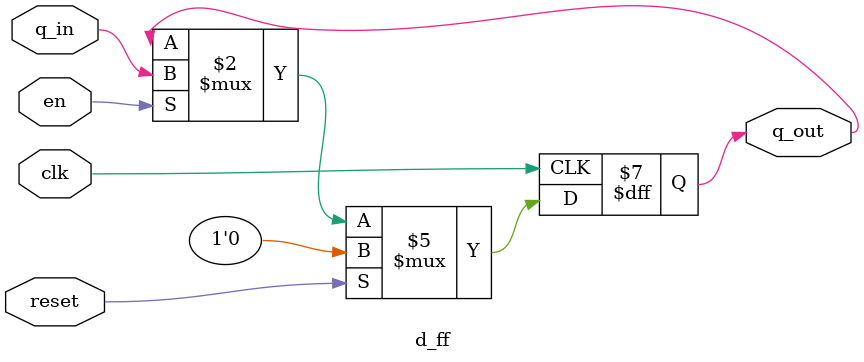
<source format=sv>
module d_ff(
    input logic clk,reset,en,
    input logic q_in,
    output logic q_out
);

always_ff @(posedge clk) begin
    if(reset)
        q_out <= 1'b0;
    else begin
        if (en)
          q_out <= q_in;
    end
end


endmodule
</source>
